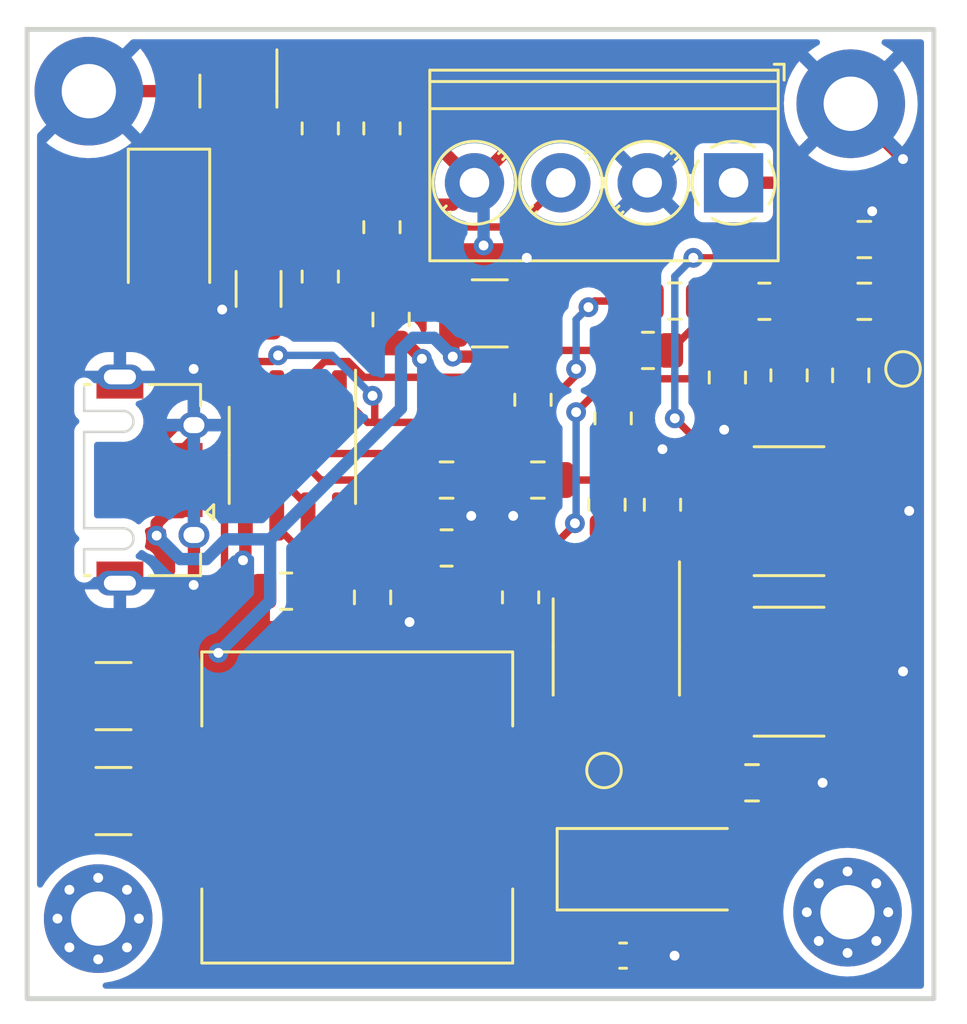
<source format=kicad_pcb>
(kicad_pcb (version 20211014) (generator pcbnew)
  (layers (0 "F.Cu" signal) (31 "B.Cu" power) (34 "B.Paste" user) (35 "F.Paste" user) (36 "B.SilkS" user "B.Silkscreen") (37 "F.SilkS" user "F.Silkscreen") (38 "B.Mask" user) (39 "F.Mask" user) (44 "Edge.Cuts" user))
  (net 0 "")
  (net 1 "Net-(C1-Pad1)")
  (net 2 "GND")
  (net 3 "+160V")
  (net 4 "Net-(C4-Pad1)")
  (net 5 "Net-(C5-Pad1)")
  (net 6 "Net-(C5-Pad2)")
  (net 7 "Net-(C6-Pad2)")
  (net 8 "Net-(C7-Pad1)")
  (net 9 "Net-(C10-Pad1)")
  (net 10 "Net-(C11-Pad1)")
  (net 11 "Net-(C14-Pad1)")
  (net 12 "Net-(C15-Pad1)")
  (net 13 "5v_Power")
  (net 16 "Net-(R6-Pad1)")
  (net 17 "/ENABLE")
  (net 18 "Net-(J6-Pad2)")
  (net 20 "Net-(R10-Pad1)")
  (net 21 "Net-(R6-Pad2)")
  (net 22 "Net-(R1-Pad2)")
  (footprint "Resistor_SMD:R_0805_2012Metric" (layer "F.Cu") (at 130.38 100.51 90)
    (fp_text reference "R15")
    (fp_text value "634k")
    (pad "1" smd roundrect (at -0.9125 0 90) (size 1.025 1.4) (layers "F.Cu" "F.Paste" "F.Mask") (roundrect_rratio 0.243902) (net 1 "Net-(C1-Pad1)"))
    (pad "2" smd roundrect (at 0.9125 0 90) (size 1.025 1.4) (layers "F.Cu" "F.Paste" "F.Mask") (roundrect_rratio 0.243902) (net 7 "Net-(C6-Pad2)"))
  )
  (footprint "Resistor_SMD:R_0805_2012Metric" (layer "F.Cu") (at 125.25 105.75 90)
    (fp_text reference "R10")
    (fp_text value "0.1 1/2W")
    (pad "1" smd roundrect (at -0.9125 0 90) (size 1.025 1.4) (layers "F.Cu" "F.Paste" "F.Mask") (roundrect_rratio 0.243902) (net 20 "Net-(R10-Pad1)"))
    (pad "2" smd roundrect (at 0.9125 0 90) (size 1.025 1.4) (layers "F.Cu" "F.Paste" "F.Mask") (roundrect_rratio 0.243902) (net 2 "GND"))
  )
  (footprint "Diode_SMD:D_SMA_Handsoldering" (layer "F.Cu") (at 125.38 120.51)
    (fp_text reference "D1")
    (fp_text value "ES1D")
    (pad "1" smd rect (at -2.5 0) (size 3.5 1.8) (layers "F.Cu" "F.Paste" "F.Mask") (net 12 "Net-(C15-Pad1)"))
    (pad "2" smd rect (at 2.5 0) (size 3.5 1.8) (layers "F.Cu" "F.Paste" "F.Mask") (net 1 "Net-(C1-Pad1)"))
  )
  (footprint "Capacitor_SMD:C_2220_5650Metric" (layer "F.Cu") (at 130.38 106.01)
    (fp_text reference "C1")
    (fp_text value "1uF 250v ")
    (pad "1" smd roundrect (at -2.55 0) (size 1.8 5.4) (layers "F.Cu" "F.Paste" "F.Mask") (roundrect_rratio 0.138889) (net 1 "Net-(C1-Pad1)"))
    (pad "2" smd roundrect (at 2.55 0) (size 1.8 5.4) (layers "F.Cu" "F.Paste" "F.Mask") (roundrect_rratio 0.138889) (net 2 "GND"))
  )
  (footprint "TerminalBlock_Phoenix:TerminalBlock_Phoenix_PT-1,5-4-3.5-H_1x04_P3.50mm_Horizontal" (layer "F.Cu") (at 128.13 92.71 180)
    (fp_text reference "J1")
    (fp_text value "Screw_Terminal_01x04")
    (pad "1" thru_hole rect (at 0 0 180) (size 2.4 2.4) (drill 1.2) (layers *.Cu *.Mask) (net 3 "+160V"))
    (pad "2" thru_hole circle (at 3.5 0 180) (size 2.4 2.4) (drill 1.2) (layers *.Cu *.Mask) (net 2 "GND"))
    (pad "3" thru_hole circle (at 7 0 180) (size 2.4 2.4) (drill 1.2) (layers *.Cu *.Mask) (net 17 "/ENABLE"))
    (pad "4" thru_hole circle (at 10.5 0 180) (size 2.4 2.4) (drill 1.2) (layers *.Cu *.Mask) (net 13 "5v_Power"))
  )
  (footprint "Package_TO_SOT_SMD:SOT-23" (layer "F.Cu") (at 108.0625 89 -90)
    (fp_text reference "Q2")
    (fp_text value "MMBT3904")
    (pad "1" smd roundrect (at -0.9375 -0.95 270) (size 1.475 0.6) (layers "F.Cu" "F.Paste" "F.Mask") (net 22 "Net-(R1-Pad2)"))
    (pad "2" smd roundrect (at -0.9375 0.95 270) (size 1.475 0.6) (layers "F.Cu" "F.Paste" "F.Mask") (net 2 "GND"))
    (pad "3" smd roundrect (at 0.9375 0 270) (size 1.475 0.6) (layers "F.Cu" "F.Paste" "F.Mask") (net 11 "Net-(C14-Pad1)"))
  )
  (footprint "Capacitor_SMD:C_0805_2012Metric" (layer "F.Cu") (at 133.43 97.51)
    (fp_text reference "C13")
    (fp_text value "0.1uF 250v")
    (pad "1" smd roundrect (at -0.95 0) (size 1 1.45) (layers "F.Cu" "F.Paste" "F.Mask") (net 3 "+160V"))
    (pad "2" smd roundrect (at 0.95 0) (size 1 1.45) (layers "F.Cu" "F.Paste" "F.Mask") (net 2 "GND"))
  )
  (footprint "Resistor_SMD:R_0805_2012Metric" (layer "F.Cu") (at 120 101.5 90)
    (fp_text reference "R3")
    (fp_text value "N.U.")
    (pad "1" smd roundrect (at -0.9125 0 90) (size 1.025 1.4) (layers "F.Cu" "F.Paste" "F.Mask") (roundrect_rratio 0.243902) (net 5 "Net-(C5-Pad1)"))
    (pad "2" smd roundrect (at 0.9125 0 90) (size 1.025 1.4) (layers "F.Cu" "F.Paste" "F.Mask") (roundrect_rratio 0.243902) (net 7 "Net-(C6-Pad2)"))
  )
  (footprint "Resistor_SMD:R_0805_2012Metric" (layer "F.Cu") (at 129.38 97.51)
    (fp_text reference "L3")
    (fp_text value "60ohm 100Mhz")
    (pad "1" smd roundrect (at -0.9125 0) (size 1.025 1.4) (layers "F.Cu" "F.Paste" "F.Mask") (roundrect_rratio 0.243902) (net 1 "Net-(C1-Pad1)"))
    (pad "2" smd roundrect (at 0.9125 0) (size 1.025 1.4) (layers "F.Cu" "F.Paste" "F.Mask") (roundrect_rratio 0.243902) (net 3 "+160V"))
  )
  (footprint "Capacitor_SMD:C_1210_3225Metric" (layer "F.Cu") (at 118.25 98)
    (fp_text reference "C16")
    (fp_text value "100uF")
    (pad "1" smd roundrect (at -1.475 0) (size 1.15 2.7) (layers "F.Cu" "F.Paste" "F.Mask") (roundrect_rratio 0.217391) (net 13 "5v_Power"))
    (pad "2" smd roundrect (at 1.475 0) (size 1.15 2.7) (layers "F.Cu" "F.Paste" "F.Mask") (roundrect_rratio 0.217391) (net 2 "GND"))
  )
  (footprint "Resistor_SMD:R_0805_2012Metric" (layer "F.Cu") (at 119.5 109.5 90)
    (fp_text reference "R6")
    (fp_text value "0 Ohm")
    (pad "1" smd roundrect (at -0.9125 0 90) (size 1.025 1.4) (layers "F.Cu" "F.Paste" "F.Mask") (roundrect_rratio 0.243902) (net 16 "Net-(R6-Pad1)"))
    (pad "2" smd roundrect (at 0.9125 0 90) (size 1.025 1.4) (layers "F.Cu" "F.Paste" "F.Mask") (roundrect_rratio 0.243902) (net 21 "Net-(R6-Pad2)"))
  )
  (footprint "MountingHole:MountingHole_2.2mm_M2_Pad_Via" (layer "F.Cu") (at 132.75 122.25)
    (fp_text reference "J5")
    (fp_text value "Conn_01x01")
    (pad "1" thru_hole circle (at 0 -1.65) (size 0.7 0.7) (drill 0.4) (layers *.Cu *.Mask))
    (pad "1" thru_hole circle (at 1.166726 -1.166726) (size 0.7 0.7) (drill 0.4) (layers *.Cu *.Mask))
    (pad "1" thru_hole circle (at 1.166726 1.166726) (size 0.7 0.7) (drill 0.4) (layers *.Cu *.Mask))
    (pad "1" thru_hole circle (at -1.166726 1.166726) (size 0.7 0.7) (drill 0.4) (layers *.Cu *.Mask))
    (pad "1" thru_hole circle (at -1.166726 -1.166726) (size 0.7 0.7) (drill 0.4) (layers *.Cu *.Mask))
    (pad "1" thru_hole circle (at 0 1.65) (size 0.7 0.7) (drill 0.4) (layers *.Cu *.Mask))
    (pad "1" thru_hole circle (at 0 0) (size 4.4 4.4) (drill 2.2) (layers *.Cu *.Mask))
    (pad "1" thru_hole circle (at 1.65 0) (size 0.7 0.7) (drill 0.4) (layers *.Cu *.Mask))
    (pad "1" thru_hole circle (at -1.65 0) (size 0.7 0.7) (drill 0.4) (layers *.Cu *.Mask))
  )
  (footprint "TestPoint:TestPoint_Pad_D1.0mm" (layer "F.Cu") (at 135 100.25)
    (fp_text reference "TP14")
    (fp_text value "+160v")
    (pad "1" smd circle (at 0 0) (size 1 1) (layers "F.Cu" "F.Mask") (net 3 "+160V"))
  )
  (footprint "Resistor_SMD:R_0805_2012Metric" (layer "F.Cu") (at 111.38 90.51 90)
    (fp_text reference "R1")
    (fp_text value "1k")
    (pad "1" smd roundrect (at -0.9125 0 90) (size 1.025 1.4) (layers "F.Cu" "F.Paste" "F.Mask") (roundrect_rratio 0.243902) (net 17 "/ENABLE"))
    (pad "2" smd roundrect (at 0.9125 0 90) (size 1.025 1.4) (layers "F.Cu" "F.Paste" "F.Mask") (roundrect_rratio 0.243902) (net 22 "Net-(R1-Pad2)"))
  )
  (footprint "Inductor_SMD:L_12x12mm_H6mm" (layer "F.Cu") (at 112.88 118.01 180)
    (fp_text reference "L2")
    (fp_text value "33uH")
    (pad "1" smd rect (at -4.95 0 180) (size 2.9 5.4) (layers "F.Cu" "F.Paste" "F.Mask") (net 12 "Net-(C15-Pad1)"))
    (pad "2" smd rect (at 4.95 0 180) (size 2.9 5.4) (layers "F.Cu" "F.Paste" "F.Mask") (net 4 "Net-(C4-Pad1)"))
  )
  (footprint "Capacitor_SMD:C_1210_3225Metric" (layer "F.Cu") (at 103 113.5 180)
    (fp_text reference "C8")
    (fp_text value "100uF 16v")
    (pad "1" smd roundrect (at -1.475 0 180) (size 1.15 2.7) (layers "F.Cu" "F.Paste" "F.Mask") (roundrect_rratio 0.217391) (net 4 "Net-(C4-Pad1)"))
    (pad "2" smd roundrect (at 1.475 0 180) (size 1.15 2.7) (layers "F.Cu" "F.Paste" "F.Mask") (roundrect_rratio 0.217391) (net 2 "GND"))
  )
  (footprint "Resistor_SMD:R_0805_2012Metric" (layer "F.Cu") (at 111.38 96.51 -90)
    (fp_text reference "R9")
    (fp_text value "100k")
    (pad "1" smd roundrect (at -0.9125 0 270) (size 1.025 1.4) (layers "F.Cu" "F.Paste" "F.Mask") (roundrect_rratio 0.243902) (net 11 "Net-(C14-Pad1)"))
    (pad "2" smd roundrect (at 0.9125 0 270) (size 1.025 1.4) (layers "F.Cu" "F.Paste" "F.Mask") (roundrect_rratio 0.243902) (net 2 "GND"))
  )
  (footprint "Package_SO:SOIC-8_3.9x4.9mm_P1.27mm" (layer "F.Cu") (at 110.25 103.75 -90)
    (fp_text reference "U1")
    (fp_text value "UCC3803_")
    (pad "1" smd roundrect (at -2.475 -1.905 270) (size 1.95 0.6) (layers "F.Cu" "F.Paste" "F.Mask") (net 5 "Net-(C5-Pad1)"))
    (pad "2" smd roundrect (at -2.475 -0.635 270) (size 1.95 0.6) (layers "F.Cu" "F.Paste" "F.Mask") (net 7 "Net-(C6-Pad2)"))
    (pad "3" smd roundrect (at -2.475 0.635 270) (size 1.95 0.6) (layers "F.Cu" "F.Paste" "F.Mask") (net 10 "Net-(C11-Pad1)"))
    (pad "4" smd roundrect (at -2.475 1.905 270) (size 1.95 0.6) (layers "F.Cu" "F.Paste" "F.Mask") (net 8 "Net-(C7-Pad1)"))
    (pad "5" smd roundrect (at 2.475 1.905 270) (size 1.95 0.6) (layers "F.Cu" "F.Paste" "F.Mask") (net 2 "GND"))
    (pad "6" smd roundrect (at 2.475 0.635 270) (size 1.95 0.6) (layers "F.Cu" "F.Paste" "F.Mask") (net 16 "Net-(R6-Pad1)"))
    (pad "7" smd roundrect (at 2.475 -0.635 270) (size 1.95 0.6) (layers "F.Cu" "F.Paste" "F.Mask") (net 4 "Net-(C4-Pad1)"))
    (pad "8" smd roundrect (at 2.475 -1.905 270) (size 1.95 0.6) (layers "F.Cu" "F.Paste" "F.Mask") (net 9 "Net-(C10-Pad1)"))
  )
  (footprint "Capacitor_SMD:C_0805_2012Metric" (layer "F.Cu") (at 125.75 97.5)
    (fp_text reference "C5")
    (fp_text value "220pF")
    (pad "1" smd roundrect (at -0.95 0) (size 1 1.45) (layers "F.Cu" "F.Paste" "F.Mask") (net 5 "Net-(C5-Pad1)"))
    (pad "2" smd roundrect (at 0.95 0) (size 1 1.45) (layers "F.Cu" "F.Paste" "F.Mask") (net 6 "Net-(C5-Pad2)"))
  )
  (footprint "Capacitor_SMD:C_0805_2012Metric" (layer "F.Cu") (at 116.5 104.75)
    (fp_text reference "C7")
    (fp_text value "430pF")
    (pad "1" smd roundrect (at -0.95 0) (size 1 1.45) (layers "F.Cu" "F.Paste" "F.Mask") (net 8 "Net-(C7-Pad1)"))
    (pad "2" smd roundrect (at 0.95 0) (size 1 1.45) (layers "F.Cu" "F.Paste" "F.Mask") (net 2 "GND"))
  )
  (footprint "Capacitor_SMD:C_0603_1608Metric" (layer "F.Cu") (at 123.655 124.01)
    (fp_text reference "C15")
    (fp_text value "560pF 250V")
    (pad "1" smd roundrect (at -0.775 0) (size 0.9 0.95) (layers "F.Cu" "F.Paste" "F.Mask") (net 12 "Net-(C15-Pad1)"))
    (pad "2" smd roundrect (at 0.775 0) (size 0.9 0.95) (layers "F.Cu" "F.Paste" "F.Mask") (net 2 "GND"))
  )
  (footprint "Connector_USB:USB_Micro-AB_Molex_47590-0001" (layer "F.Cu") (at 103.26 104.75 -90)
    (fp_text reference "J6")
    (fp_text value "USB_B_Micro")
    (fp_line (start -3.75 1.45) (end -2.8 1.45) (layer "Edge.Cuts") (width 0.1))
    (fp_line (start 1.95 -0.125) (end 1.95 1.45) (layer "Edge.Cuts") (width 0.1))
    (fp_line (start -1.95 1.45) (end 1.95 1.45) (layer "Edge.Cuts") (width 0.1))
    (fp_line (start -1.95 -0.125) (end -1.95 1.45) (layer "Edge.Cuts") (width 0.1))
    (fp_line (start -2.8 -0.125) (end -2.8 1.45) (layer "Edge.Cuts") (width 0.1))
    (fp_line (start 2.8 1.45) (end 3.75 1.45) (layer "Edge.Cuts") (width 0.1))
    (fp_line (start 2.8 -0.125) (end 2.8 1.45) (layer "Edge.Cuts") (width 0.1))
    (fp_arc (start 1.95 -0.125) (mid 2.375 -0.55) (end 2.8 -0.125) (layer "Edge.Cuts") (width 0.1))
    (fp_arc (start -2.8 -0.125) (mid -2.375 -0.55) (end -1.95 -0.125) (layer "Edge.Cuts") (width 0.1))
    (pad "1" smd rect (at 1.3 -2.675 270) (size 0.4 1.35) (layers "F.Cu" "F.Paste" "F.Mask") (net 13 "5v_Power"))
    (pad "2" smd rect (at 0.65 -2.675 270) (size 0.4 1.35) (layers "F.Cu" "F.Paste" "F.Mask") (net 18 "Net-(J6-Pad2)"))
    (pad "3" smd rect (at 0 -2.675 270) (size 0.4 1.35) (layers "F.Cu" "F.Paste" "F.Mask") (net 18 "Net-(J6-Pad2)"))
    (pad "4" smd rect (at -0.65 -2.675 270) (size 0.4 1.35) (layers "F.Cu" "F.Paste" "F.Mask"))
    (pad "5" smd rect (at -1.3 -2.675 270) (size 0.4 1.35) (layers "F.Cu" "F.Paste" "F.Mask") (net 2 "GND"))
    (pad "6" smd rect (at -3.7375 0 270) (size 0.875 1.9) (layers "F.Cu" "F.Mask") (net 2 "GND"))
    (pad "6" thru_hole oval (at 4.175 0 270) (size 1 1.9) (drill oval 0.6 1.3) (layers *.Cu *.Mask) (net 2 "GND"))
    (pad "6" thru_hole oval (at -2.225 -3 270) (size 1.05 1.25) (drill oval 0.65 0.85) (layers *.Cu *.Mask) (net 2 "GND"))
    (pad "6" smd rect (at 0 0 270) (size 2.9 1.9) (layers "F.Cu" "F.Paste" "F.Mask") (net 2 "GND"))
    (pad "6" smd rect (at 3.7375 0 270) (size 0.875 1.9) (layers "F.Cu" "F.Mask") (net 2 "GND"))
    (pad "6" thru_hole oval (at -4.175 0 270) (size 1 1.9) (drill oval 0.6 1.3) (layers *.Cu *.Mask) (net 2 "GND"))
    (pad "6" thru_hole oval (at 2.225 -3 270) (size 1.05 1.25) (drill oval 0.65 0.85) (layers *.Cu *.Mask) (net 2 "GND"))
  )
  (footprint "Diode_SMD:D_SMA" (layer "F.Cu") (at 105.25 94.75 -90)
    (fp_text reference "D2")
    (fp_text value "BAT54J")
    (pad "1" smd rect (at -2 0 270) (size 2.5 1.8) (layers "F.Cu" "F.Paste" "F.Mask") (net 11 "Net-(C14-Pad1)"))
    (pad "2" smd rect (at 2 0 270) (size 2.5 1.8) (layers "F.Cu" "F.Paste" "F.Mask") (net 5 "Net-(C5-Pad1)"))
  )
  (footprint "Package_SO:SOIC-8_3.9x4.9mm_P1.27mm" (layer "F.Cu") (at 123.38 111.51 -90)
    (fp_text reference "Q1")
    (fp_text value "FDS2672CT")
    (pad "1" smd roundrect (at -2.475 -1.905 270) (size 1.95 0.6) (layers "F.Cu" "F.Paste" "F.Mask") (net 20 "Net-(R10-Pad1)"))
    (pad "2" smd roundrect (at -2.475 -0.635 270) (size 1.95 0.6) (layers "F.Cu" "F.Paste" "F.Mask") (net 20 "Net-(R10-Pad1)"))
    (pad "3" smd roundrect (at -2.475 0.635 270) (size 1.95 0.6) (layers "F.Cu" "F.Paste" "F.Mask") (net 20 "Net-(R10-Pad1)"))
    (pad "4" smd roundrect (at -2.475 1.905 270) (size 1.95 0.6) (layers "F.Cu" "F.Paste" "F.Mask") (net 21 "Net-(R6-Pad2)"))
    (pad "5" smd roundrect (at 2.475 1.905 270) (size 1.95 0.6) (layers "F.Cu" "F.Paste" "F.Mask") (net 12 "Net-(C15-Pad1)"))
    (pad "6" smd roundrect (at 2.475 0.635 270) (size 1.95 0.6) (layers "F.Cu" "F.Paste" "F.Mask") (net 12 "Net-(C15-Pad1)"))
    (pad "7" smd roundrect (at 2.475 -0.635 270) (size 1.95 0.6) (layers "F.Cu" "F.Paste" "F.Mask") (net 12 "Net-(C15-Pad1)"))
    (pad "8" smd roundrect (at 2.475 -1.905 270) (size 1.95 0.6) (layers "F.Cu" "F.Paste" "F.Mask") (net 12 "Net-(C15-Pad1)"))
  )
  (footprint "Capacitor_SMD:C_2220_5650Metric" (layer "F.Cu") (at 130.38 112.51)
    (fp_text reference "C2")
    (fp_text value "1uF 250v")
    (pad "1" smd roundrect (at -2.55 0) (size 1.8 5.4) (layers "F.Cu" "F.Paste" "F.Mask") (roundrect_rratio 0.138889) (net 1 "Net-(C1-Pad1)"))
    (pad "2" smd roundrect (at 2.55 0) (size 1.8 5.4) (layers "F.Cu" "F.Paste" "F.Mask") (roundrect_rratio 0.138889) (net 2 "GND"))
  )
  (footprint "Resistor_SMD:R_0805_2012Metric" (layer "F.Cu") (at 124.6625 99.5 180)
    (fp_text reference "R5")
    (fp_text value "0 Ohm")
    (pad "1" smd roundrect (at -0.9125 0 180) (size 1.025 1.4) (layers "F.Cu" "F.Paste" "F.Mask") (roundrect_rratio 0.243902) (net 6 "Net-(C5-Pad2)"))
    (pad "2" smd roundrect (at 0.9125 0 180) (size 1.025 1.4) (layers "F.Cu" "F.Paste" "F.Mask") (roundrect_rratio 0.243902) (net 7 "Net-(C6-Pad2)"))
  )
  (footprint "MountingHole:MountingHole_2.2mm_M2_Pad_Via" (layer "F.Cu") (at 102.38 122.51)
    (fp_text reference "J4")
    (fp_text value "Conn_01x01")
    (pad "1" thru_hole circle (at -1.65 0) (size 0.7 0.7) (drill 0.4) (layers *.Cu *.Mask))
    (pad "1" thru_hole circle (at -1.166726 1.166726) (size 0.7 0.7) (drill 0.4) (layers *.Cu *.Mask))
    (pad "1" thru_hole circle (at 0 -1.65) (size 0.7 0.7) (drill 0.4) (layers *.Cu *.Mask))
    (pad "1" thru_hole circle (at 1.166726 -1.166726) (size 0.7 0.7) (drill 0.4) (layers *.Cu *.Mask))
    (pad "1" thru_hole circle (at 0 0) (size 4.4 4.4) (drill 2.2) (layers *.Cu *.Mask))
    (pad "1" thru_hole circle (at 1.166726 1.166726) (size 0.7 0.7) (drill 0.4) (layers *.Cu *.Mask))
    (pad "1" thru_hole circle (at 1.65 0) (size 0.7 0.7) (drill 0.4) (layers *.Cu *.Mask))
    (pad "1" thru_hole circle (at -1.166726 -1.166726) (size 0.7 0.7) (drill 0.4) (layers *.Cu *.Mask))
    (pad "1" thru_hole circle (at 0 1.65) (size 0.7 0.7) (drill 0.4) (layers *.Cu *.Mask))
  )
  (footprint "MountingHole:MountingHole_2.2mm_M2_Pad" (layer "F.Cu") (at 102 89)
    (fp_text reference "J3")
    (fp_text value "Conn_01x01")
    (pad "1" thru_hole circle (at 0 0) (size 4.4 4.4) (drill 2.2) (layers *.Cu *.Mask) (net 2 "GND"))
  )
  (footprint "Capacitor_SMD:C_0805_2012Metric" (layer "F.Cu") (at 114.25 98.25 -90)
    (fp_text reference "C18")
    (fp_text value "0.1uF")
    (pad "1" smd roundrect (at -0.95 0 270) (size 1 1.45) (layers "F.Cu" "F.Paste" "F.Mask") (net 13 "5v_Power"))
    (pad "2" smd roundrect (at 0.95 0 270) (size 1 1.45) (layers "F.Cu" "F.Paste" "F.Mask") (net 2 "GND"))
  )
  (footprint "Resistor_SMD:R_0805_2012Metric" (layer "F.Cu") (at 113.88 90.51 90)
    (fp_text reference "R4")
    (fp_text value "100k")
    (pad "1" smd roundrect (at -0.9125 0 90) (size 1.025 1.4) (layers "F.Cu" "F.Paste" "F.Mask") (roundrect_rratio 0.243902) (net 13 "5v_Power"))
    (pad "2" smd roundrect (at 0.9125 0 90) (size 1.025 1.4) (layers "F.Cu" "F.Paste" "F.Mask") (roundrect_rratio 0.243902) (net 22 "Net-(R1-Pad2)"))
  )
  (footprint "Resistor_SMD:R_0805_2012Metric" (layer "F.Cu") (at 110 109.25 180)
    (fp_text reference "L1")
    (fp_text value "60ohm 100Mhz")
    (pad "1" smd roundrect (at -0.9125 0 180) (size 1.025 1.4) (layers "F.Cu" "F.Paste" "F.Mask") (roundrect_rratio 0.243902) (net 4 "Net-(C4-Pad1)"))
    (pad "2" smd roundrect (at 0.9125 0 180) (size 1.025 1.4) (layers "F.Cu" "F.Paste" "F.Mask") (roundrect_rratio 0.243902) (net 13 "5v_Power"))
  )
  (footprint "Resistor_SMD:R_0805_2012Metric" (layer "F.Cu") (at 127.88 100.5975 -90)
    (fp_text reference "R16")
    (fp_text value "7.68k")
    (pad "1" smd roundrect (at -0.9125 0 270) (size 1.025 1.4) (layers "F.Cu" "F.Paste" "F.Mask") (roundrect_rratio 0.243902) (net 7 "Net-(C6-Pad2)"))
    (pad "2" smd roundrect (at 0.9125 0 270) (size 1.025 1.4) (layers "F.Cu" "F.Paste" "F.Mask") (roundrect_rratio 0.243902) (net 2 "GND"))
  )
  (footprint "Capacitor_SMD:C_0805_2012Metric" (layer "F.Cu") (at 132.88 100.51 90)
    (fp_text reference "C6")
    (fp_text value "100pF 250v")
    (pad "1" smd roundrect (at -0.95 0 90) (size 1 1.45) (layers "F.Cu" "F.Paste" "F.Mask") (net 1 "Net-(C1-Pad1)"))
    (pad "2" smd roundrect (at 0.95 0 90) (size 1 1.45) (layers "F.Cu" "F.Paste" "F.Mask") (net 7 "Net-(C6-Pad2)"))
  )
  (footprint "Resistor_SMD:R_0805_2012Metric" (layer "F.Cu") (at 123.25 102.25 -90)
    (fp_text reference "R12")
    (fp_text value "4.12k")
    (pad "1" smd roundrect (at -0.9125 0 270) (size 1.025 1.4) (layers "F.Cu" "F.Paste" "F.Mask") (roundrect_rratio 0.243902) (net 9 "Net-(C10-Pad1)"))
    (pad "2" smd roundrect (at 0.9125 0 270) (size 1.025 1.4) (layers "F.Cu" "F.Paste" "F.Mask") (roundrect_rratio 0.243902) (net 10 "Net-(C11-Pad1)"))
  )
  (footprint "TestPoint:TestPoint_Pad_D1.0mm" (layer "F.Cu") (at 122.88 116.51)
    (fp_text reference "TP12")
    (fp_text value "SW_B")
    (pad "1" smd circle (at 0 0) (size 1 1) (layers "F.Cu" "F.Mask") (net 12 "Net-(C15-Pad1)"))
  )
  (footprint "Resistor_SMD:R_0805_2012Metric" (layer "F.Cu") (at 123 105.75 -90)
    (fp_text reference "R8")
    (fp_text value "1k")
    (pad "1" smd roundrect (at -0.9125 0 270) (size 1.025 1.4) (layers "F.Cu" "F.Paste" "F.Mask") (roundrect_rratio 0.243902) (net 10 "Net-(C11-Pad1)"))
    (pad "2" smd roundrect (at 0.9125 0 270) (size 1.025 1.4) (layers "F.Cu" "F.Paste" "F.Mask") (roundrect_rratio 0.243902) (net 20 "Net-(R10-Pad1)"))
  )
  (footprint "Capacitor_SMD:C_1206_3216Metric" (layer "F.Cu") (at 108.88 97.01 -90)
    (fp_text reference "C14")
    (fp_text value "47uF 16v")
    (pad "1" smd roundrect (at -1.475 0 270) (size 1.15 1.8) (layers "F.Cu" "F.Paste" "F.Mask") (roundrect_rratio 0.217391) (net 11 "Net-(C14-Pad1)"))
    (pad "2" smd roundrect (at 1.475 0 270) (size 1.15 1.8) (layers "F.Cu" "F.Paste" "F.Mask") (roundrect_rratio 0.217391) (net 2 "GND"))
  )
  (footprint "Capacitor_SMD:C_0805_2012Metric" (layer "F.Cu") (at 128.88 117.01)
    (fp_text reference "C12")
    (fp_text value "0.1uF 250v")
    (pad "1" smd roundrect (at -0.95 0) (size 1 1.45) (layers "F.Cu" "F.Paste" "F.Mask") (net 1 "Net-(C1-Pad1)"))
    (pad "2" smd roundrect (at 0.95 0) (size 1 1.45) (layers "F.Cu" "F.Paste" "F.Mask") (net 2 "GND"))
  )
  (footprint "MountingHole:MountingHole_2.2mm_M2_Pad" (layer "F.Cu") (at 132.88 89.51)
    (fp_text reference "J2")
    (fp_text value "Conn_01x01")
    (pad "1" thru_hole circle (at 0 0) (size 4.4 4.4) (drill 2.2) (layers *.Cu *.Mask) (net 2 "GND"))
  )
  (footprint "Resistor_SMD:R_0805_2012Metric" (layer "F.Cu") (at 113.88 94.51 -90)
    (fp_text reference "R7")
    (fp_text value "2k")
    (pad "1" smd roundrect (at -0.9125 0 270) (size 1.025 1.4) (layers "F.Cu" "F.Paste" "F.Mask") (roundrect_rratio 0.243902) (net 13 "5v_Power"))
    (pad "2" smd roundrect (at 0.9125 0 270) (size 1.025 1.4) (layers "F.Cu" "F.Paste" "F.Mask") (roundrect_rratio 0.243902) (net 11 "Net-(C14-Pad1)"))
  )
  (footprint "Capacitor_SMD:C_0805_2012Metric" (layer "F.Cu") (at 120.2 104.75 180)
    (fp_text reference "C11")
    (fp_text value "1nF")
    (pad "1" smd roundrect (at -0.95 0 180) (size 1 1.45) (layers "F.Cu" "F.Paste" "F.Mask") (net 10 "Net-(C11-Pad1)"))
    (pad "2" smd roundrect (at 0.95 0 180) (size 1 1.45) (layers "F.Cu" "F.Paste" "F.Mask") (net 2 "GND"))
  )
  (footprint "Capacitor_SMD:C_1210_3225Metric" (layer "F.Cu") (at 103 117.75 180)
    (fp_text reference "C4")
    (fp_text value "100uF 16v")
    (pad "1" smd roundrect (at -1.475 0 180) (size 1.15 2.7) (layers "F.Cu" "F.Paste" "F.Mask") (roundrect_rratio 0.217391) (net 4 "Net-(C4-Pad1)"))
    (pad "2" smd roundrect (at 1.475 0 180) (size 1.15 2.7) (layers "F.Cu" "F.Paste" "F.Mask") (roundrect_rratio 0.217391) (net 2 "GND"))
  )
  (footprint "Capacitor_SMD:C_0805_2012Metric" (layer "F.Cu") (at 133.43 95.01)
    (fp_text reference "C3")
    (fp_text value "0.1uF 250v")
    (pad "1" smd roundrect (at -0.95 0) (size 1 1.45) (layers "F.Cu" "F.Paste" "F.Mask") (net 3 "+160V"))
    (pad "2" smd roundrect (at 0.95 0) (size 1 1.45) (layers "F.Cu" "F.Paste" "F.Mask") (net 2 "GND"))
  )
  (footprint "Capacitor_SMD:C_0805_2012Metric" (layer "F.Cu") (at 113.5 109.5 -90)
    (fp_text reference "C10")
    (fp_text value "0.1uF 16v")
    (pad "1" smd roundrect (at -0.95 0 270) (size 1 1.45) (layers "F.Cu" "F.Paste" "F.Mask") (net 9 "Net-(C10-Pad1)"))
    (pad "2" smd roundrect (at 0.95 0 270) (size 1 1.45) (layers "F.Cu" "F.Paste" "F.Mask") (net 2 "GND"))
  )
  (footprint "Resistor_SMD:R_0805_2012Metric" (layer "F.Cu") (at 116.5 107.5 180)
    (fp_text reference "R2")
    (fp_text value "60.4k")
    (pad "1" smd roundrect (at -0.9125 0 180) (size 1.025 1.4) (layers "F.Cu" "F.Paste" "F.Mask") (roundrect_rratio 0.243902) (net 9 "Net-(C10-Pad1)"))
    (pad "2" smd roundrect (at 0.9125 0 180) (size 1.025 1.4) (layers "F.Cu" "F.Paste" "F.Mask") (roundrect_rratio 0.243902) (net 8 "Net-(C7-Pad1)"))
  )
  (gr_rect (start 99.5 86.5) (end 136.25 125.75) (layer "Edge.Cuts") (width 0.2) (fill none))
  (segment (start 127.83 106.01) (end 127.83 104.33) (width 0.3) (layer "F.Cu") (net 1))
  (segment (start 130.38 101.4225) (end 127.83 103.9725) (width 0.3) (layer "F.Cu") (net 1))
  (segment (start 128 95.75) (end 126.5 95.75) (width 0.3) (layer "F.Cu") (net 1))
  (segment (start 128.4675 97.51) (end 128.4675 96.2175) (width 0.3) (layer "F.Cu") (net 1))
  (segment (start 127.83 112.51) (end 127.93 112.61) (width 0.3) (layer "F.Cu") (net 1))
  (segment (start 127.83 103.9725) (end 127.83 106.01) (width 0.3) (layer "F.Cu") (net 1))
  (segment (start 127.93 112.61) (end 127.93 117.01) (width 0.3) (layer "F.Cu") (net 1))
  (segment (start 127.93 117.01) (end 127.88 117.06) (width 0.3) (layer "F.Cu") (net 1))
  (segment (start 132.8425 101.4225) (end 132.88 101.46) (width 0.3) (layer "F.Cu") (net 1))
  (segment (start 128.4675 96.2175) (end 128 95.75) (width 0.3) (layer "F.Cu") (net 1))
  (segment (start 127.83 106.01) (end 127.83 112.51) (width 0.3) (layer "F.Cu") (net 1))
  (segment (start 127.83 104.33) (end 125.75 102.25) (width 0.3) (layer "F.Cu") (net 1))
  (segment (start 127.88 117.06) (end 127.88 120.51) (width 0.3) (layer "F.Cu") (net 1))
  (segment (start 130.38 101.4225) (end 132.8425 101.4225) (width 0.3) (layer "F.Cu") (net 1))
  (via (at 125.75 102.25) (size 0.8) (drill 0.4) (layers "F.Cu" "B.Cu") (net 1))
  (via (at 126.5 95.75) (size 0.8) (drill 0.4) (layers "F.Cu" "B.Cu") (net 1))
  (segment (start 126.5 95.75) (end 125.75 96.5) (width 0.3) (layer "B.Cu") (net 1))
  (segment (start 125.75 96.5) (end 125.75 102.25) (width 0.3) (layer "B.Cu") (net 1))
  (segment (start 101.525 117.75) (end 101.525 113.5) (width 0.5) (layer "F.Cu") (net 2))
  (segment (start 114.862 99.2) (end 115.5 99.838) (width 0.5) (layer "F.Cu") (net 2))
  (segment (start 114.95 110.45) (end 115 110.5) (width 0.5) (layer "F.Cu") (net 2))
  (segment (start 127.88 102.5805) (end 127.75 102.7105) (width 0.5) (layer "F.Cu") (net 2))
  (segment (start 129.83 117.01) (end 131.74 117.01) (width 0.5) (layer "F.Cu") (net 2))
  (segment (start 111.38 97.4225) (end 113.1575 99.2) (width 0.5) (layer "F.Cu") (net 2))
  (segment (start 132.93 106.01) (end 135.24 106.01) (width 0.5) (layer "F.Cu") (net 2))
  (segment (start 106.175 89) (end 102 89) (width 0.5) (layer "F.Cu") (net 2))
  (segment (start 106.26 102.525) (end 106.26 103.125) (width 0.5) (layer "F.Cu") (net 2))
  (segment (start 109.9425 97.4225) (end 111.38 97.4225) (width 0.5) (layer "F.Cu") (net 2))
  (segment (start 106.26 103.125) (end 105.935 103.45) (width 0.5) (layer "F.Cu") (net 2))
  (segment (start 113.5 110.45) (end 114.95 110.45) (width 0.5) (layer "F.Cu") (net 2))
  (segment (start 135.24 106.01) (end 135.25 106) (width 0.5) (layer "F.Cu") (net 2))
  (segment (start 106.26 108.99) (end 106.25 109) (width 0.5) (layer "F.Cu") (net 2))
  (segment (start 114.25 99.2) (end 114.862 99.2) (width 0.5) (layer "F.Cu") (net 2))
  (segment (start 124.43 124.01) (end 125.74 124.01) (width 0.5) (layer "F.Cu") (net 2))
  (segment (start 134.99 112.51) (end 135 112.5) (width 0.5) (layer "F.Cu") (net 2))
  (segment (start 101.525 113.5) (end 103.26 111.765) (width 0.5) (layer "F.Cu") (net 2))
  (segment (start 134.38 95.01) (end 134.38 94.4945) (width 0.5) (layer "F.Cu") (net 2))
  (segment (start 119.25 106.15) (end 119.2 106.2) (width 0.5) (layer "F.Cu") (net 2))
  (segment (start 108.88 98.485) (end 109.9425 97.4225) (width 0.5) (layer "F.Cu") (net 2))
  (segment (start 119.725 98) (end 119.725 95.775) (width 0.5) (layer "F.Cu") (net 2))
  (segment (start 134.38 94.4945) (end 133.75 93.8645) (width 0.5) (layer "F.Cu") (net 2))
  (segment (start 106.26 106.975) (end 106.26 108.99) (width 0.5) (layer "F.Cu") (net 2))
  (segment (start 132.88 89.51) (end 132.88 89.63) (width 0.5) (layer "F.Cu") (net 2))
  (segment (start 108.345 106.225) (end 108.345 107.905) (width 0.5) (layer "F.Cu") (net 2))
  (segment (start 108.88 98.485) (end 108.044954 98.485) (width 0.5) (layer "F.Cu") (net 2))
  (segment (start 106.26 100.26) (end 106.26 102.525) (width 0.5) (layer "F.Cu") (net 2))
  (segment (start 105.485 102.525) (end 106.26 102.525) (width 0.5) (layer "F.Cu") (net 2))
  (segment (start 125.25 104.8375) (end 125.25 103.5) (width 0.5) (layer "F.Cu") (net 2))
  (segment (start 119.725 95.775) (end 119.75 95.75) (width 0.5) (layer "F.Cu") (net 2))
  (segment (start 107.1125 88.0625) (end 106.175 89) (width 0.5) (layer "F.Cu") (net 2))
  (segment (start 132.93 112.51) (end 134.99 112.51) (width 0.5) (layer "F.Cu") (net 2))
  (segment (start 134.38 97.51) (end 134.38 95.01) (width 0.5) (layer "F.Cu") (net 2))
  (segment (start 103.26 104.75) (end 105.485 102.525) (width 0.5) (layer "F.Cu") (net 2))
  (segment (start 108.345 107.905) (end 108.25 108) (width 0.5) (layer "F.Cu") (net 2))
  (segment (start 117.45 106.1505) (end 117.5 106.2005) (width 0.5) (layer "F.Cu") (net 2))
  (segment (start 117.45 104.75) (end 117.45 106.1505) (width 0.5) (layer "F.Cu") (net 2))
  (segment (start 127.88 101.51) (end 127.88 102.5805) (width 0.5) (layer "F.Cu") (net 2))
  (segment (start 113.1575 99.2) (end 114.25 99.2) (width 0.5) (layer "F.Cu") (net 2))
  (segment (start 103.26 111.765) (end 103.26 108.925) (width 0.5) (layer "F.Cu") (net 2))
  (segment (start 106.25 100.25) (end 106.26 100.26) (width 0.5) (layer "F.Cu") (net 2))
  (segment (start 132.88 89.63) (end 135 91.75) (width 0.5) (layer "F.Cu") (net 2))
  (segment (start 119.25 104.75) (end 119.25 106.15) (width 0.5) (layer "F.Cu") (net 2))
  (segment (start 108.044954 98.485) (end 107.404977 97.845023) (width 0.5) (layer "F.Cu") (net 2))
  (via (at 117.5 106.2005) (size 0.8) (drill 0.4) (layers "F.Cu" "B.Cu") (net 2))
  (via (at 125.74 124.01) (size 0.8) (drill 0.4) (layers "F.Cu" "B.Cu") (net 2))
  (via (at 108.25 108) (size 0.8) (drill 0.4) (layers "F.Cu" "B.Cu") (net 2))
  (via (at 106.25 109) (size 0.8) (drill 0.4) (layers "F.Cu" "B.Cu") (net 2))
  (via (at 133.75 93.8645) (size 0.8) (drill 0.4) (layers "F.Cu" "B.Cu") (net 2))
  (via (at 135 91.75) (size 0.8) (drill 0.4) (layers "F.Cu" "B.Cu") (net 2))
  (via (at 107.404977 97.845023) (size 0.8) (drill 0.4) (layers "F.Cu" "B.Cu") (net 2))
  (via (at 135 112.5) (size 0.8) (drill 0.4) (layers "F.Cu" "B.Cu") (net 2))
  (via (at 119.75 95.75) (size 0.8) (drill 0.4) (layers "F.Cu" "B.Cu") (net 2))
  (via (at 127.75 102.7105) (size 0.8) (drill 0.4) (layers "F.Cu" "B.Cu") (net 2))
  (via (at 115.5 99.838) (size 0.8) (drill 0.4) (layers "F.Cu" "B.Cu") (net 2))
  (via (at 131.74 117.01) (size 0.8) (drill 0.4) (layers "F.Cu" "B.Cu") (net 2))
  (via (at 115 110.5) (size 0.8) (drill 0.4) (layers "F.Cu" "B.Cu") (net 2))
  (via (at 125.25 103.5) (size 0.8) (drill 0.4) (layers "F.Cu" "B.Cu") (net 2))
  (via (at 106.25 100.25) (size 0.8) (drill 0.4) (layers "F.Cu" "B.Cu") (net 2))
  (via (at 119.2 106.2) (size 0.8) (drill 0.4) (layers "F.Cu" "B.Cu") (net 2))
  (via (at 135.25 106) (size 0.8) (drill 0.4) (layers "F.Cu" "B.Cu") (net 2))
  (segment (start 135 100.25) (end 135.499999 99.750001) (width 0.5) (layer "F.Cu") (net 3))
  (segment (start 135.499999 94.249999) (end 134.265 93.015) (width 0.5) (layer "F.Cu") (net 3))
  (segment (start 130.18 92.71) (end 130.485 93.015) (width 0.5) (layer "F.Cu") (net 3))
  (segment (start 132.48 95.01) (end 132.48 97.51) (width 0.5) (layer "F.Cu") (net 3))
  (segment (start 128.13 92.71) (end 130.18 92.71) (width 0.5) (layer "F.Cu") (net 3))
  (segment (start 134.265 93.015) (end 130.485 93.015) (width 0.5) (layer "F.Cu") (net 3))
  (segment (start 135.499999 99.750001) (end 135.499999 94.249999) (width 0.5) (layer "F.Cu") (net 3))
  (segment (start 130.2925 97.51) (end 132.48 97.51) (width 0.5) (layer "F.Cu") (net 3))
  (segment (start 130.485 93.015) (end 132.48 95.01) (width 0.5) (layer "F.Cu") (net 3))
  (segment (start 104.475 112.025) (end 104.475 113.5) (width 0.3) (layer "F.Cu") (net 4))
  (segment (start 104.735 118.01) (end 104.475 117.75) (width 0.3) (layer "F.Cu") (net 4))
  (segment (start 104.475 113.5) (end 108.25 113.5) (width 0.3) (layer "F.Cu") (net 4))
  (segment (start 107.988093 104.90048) (end 107.5 105.388573) (width 0.3) (layer "F.Cu") (net 4))
  (segment (start 109.971907 104.90048) (end 107.988093 104.90048) (width 0.3) (layer "F.Cu") (net 4))
  (segment (start 110.885 106.225) (end 110.885 105.813573) (width 0.3) (layer "F.Cu") (net 4))
  (segment (start 107.93 118.01) (end 104.735 118.01) (width 0.3) (layer "F.Cu") (net 4))
  (segment (start 110.9125 110.8375) (end 110.9125 109.25) (width 0.3) (layer "F.Cu") (net 4))
  (segment (start 107.5 105.388573) (end 107.5 109) (width 0.3) (layer "F.Cu") (net 4))
  (segment (start 108.25 113.5) (end 110.9125 110.8375) (width 0.3) (layer "F.Cu") (net 4))
  (segment (start 107.5 109) (end 104.475 112.025) (width 0.3) (layer "F.Cu") (net 4))
  (segment (start 104.475 117.75) (end 104.475 113.5) (width 0.3) (layer "F.Cu") (net 4))
  (segment (start 110.885 105.813573) (end 109.971907 104.90048) (width 0.3) (layer "F.Cu") (net 4))
  (segment (start 121.75 100.5) (end 121.75 100.25) (width 0.3) (layer "F.Cu") (net 5))
  (segment (start 122.5 97.5) (end 124.8 97.5) (width 0.3) (layer "F.Cu") (net 5))
  (segment (start 122.25 97.75) (end 122.5 97.5) (width 0.3) (layer "F.Cu") (net 5))
  (segment (start 112.155 101.275) (end 113.2925 102.4125) (width 0.3) (layer "F.Cu") (net 5))
  (segment (start 120 102.25) (end 121.75 100.5) (width 0.3) (layer "F.Cu") (net 5))
  (segment (start 109.421927 99.95048) (end 109.671907 99.7005) (width 0.3) (layer "F.Cu") (net 5))
  (segment (start 120 102.4125) (end 120 102.25) (width 0.3) (layer "F.Cu") (net 5))
  (segment (start 113.5875 101.4245) (end 113.5875 102.4125) (width 0.3) (layer "F.Cu") (net 5))
  (segment (start 113.5 101.337) (end 113.5875 101.4245) (width 0.3) (layer "F.Cu") (net 5))
  (segment (start 108.45048 99.95048) (end 109.421927 99.95048) (width 0.3) (layer "F.Cu") (net 5))
  (segment (start 113.5875 102.4125) (end 120 102.4125) (width 0.3) (layer "F.Cu") (net 5))
  (segment (start 113.2925 102.4125) (end 113.5875 102.4125) (width 0.3) (layer "F.Cu") (net 5))
  (segment (start 105.25 96.75) (end 108.45048 99.95048) (width 0.3) (layer "F.Cu") (net 5))
  (via (at 122.25 97.75) (size 0.8) (drill 0.4) (layers "F.Cu" "B.Cu") (net 5))
  (via (at 109.671907 99.7005) (size 0.8) (drill 0.4) (layers "F.Cu" "B.Cu") (net 5))
  (via (at 121.75 100.25) (size 0.8) (drill 0.4) (layers "F.Cu" "B.Cu") (net 5))
  (via (at 113.5 101.337) (size 0.8) (drill 0.4) (layers "F.Cu" "B.Cu") (net 5))
  (segment (start 121.75 100.25) (end 121.75 98.25) (width 0.3) (layer "B.Cu") (net 5))
  (segment (start 121.75 98.25) (end 122.25 97.75) (width 0.3) (layer "B.Cu") (net 5))
  (segment (start 111.8635 99.7005) (end 109.671907 99.7005) (width 0.3) (layer "B.Cu") (net 5))
  (segment (start 113.5 101.337) (end 111.8635 99.7005) (width 0.3) (layer "B.Cu") (net 5))
  (segment (start 125.575 99.5) (end 126.7 98.375) (width 0.3) (layer "F.Cu") (net 6))
  (segment (start 126.7 98.375) (end 126.7 97.5) (width 0.3) (layer "F.Cu") (net 6))
  (segment (start 132.8425 99.5975) (end 132.88 99.56) (width 0.3) (layer "F.Cu") (net 7))
  (segment (start 110.885 100.615) (end 110.885 101.275) (width 0.3) (layer "F.Cu") (net 7))
  (segment (start 120 100.5875) (end 113.148927 100.5875) (width 0.3) (layer "F.Cu") (net 7))
  (segment (start 123.75 99.5) (end 124.89798 100.64798) (width 0.3) (layer "F.Cu") (net 7))
  (segment (start 126.91702 100.64798) (end 127.88 99.685) (width 0.3) (layer "F.Cu") (net 7))
  (segment (start 120 100.5875) (end 121.0875 99.5) (width 0.3) (layer "F.Cu") (net 7))
  (segment (start 121.0875 99.5) (end 123.75 99.5) (width 0.3) (layer "F.Cu") (net 7))
  (segment (start 130.2925 99.685) (end 130.38 99.5975) (width 0.3) (layer "F.Cu") (net 7))
  (segment (start 127.88 99.685) (end 130.2925 99.685) (width 0.3) (layer "F.Cu") (net 7))
  (segment (start 130.38 99.5975) (end 132.8425 99.5975) (width 0.3) (layer "F.Cu") (net 7))
  (segment (start 112.511907 99.95048) (end 111.54952 99.95048) (width 0.3) (layer "F.Cu") (net 7))
  (segment (start 124.89798 100.64798) (end 126.91702 100.64798) (width 0.3) (layer "F.Cu") (net 7))
  (segment (start 113.148927 100.5875) (end 112.511907 99.95048) (width 0.3) (layer "F.Cu") (net 7))
  (segment (start 111.54952 99.95048) (end 110.885 100.615) (width 0.3) (layer "F.Cu") (net 7))
  (segment (start 115.5875 107.5) (end 115.5875 104.7875) (width 0.3) (layer "F.Cu") (net 8))
  (segment (start 108.345 101.275) (end 108.345 101.686427) (width 0.3) (layer "F.Cu") (net 8))
  (segment (start 111.408573 104.75) (end 115.55 104.75) (width 0.3) (layer "F.Cu") (net 8))
  (segment (start 115.5875 104.7875) (end 115.55 104.75) (width 0.3) (layer "F.Cu") (net 8))
  (segment (start 108.345 101.686427) (end 111.408573 104.75) (width 0.3) (layer "F.Cu") (net 8))
  (segment (start 113.5 108.55) (end 113.7 108.75) (width 0.3) (layer "F.Cu") (net 9))
  (segment (start 117.4125 107.5) (end 120.5 107.5) (width 0.3) (layer "F.Cu") (net 9))
  (segment (start 121.7005 106.5495) (end 121.7005 106.5) (width 0.3) (layer "F.Cu") (net 9))
  (segment (start 120.5 107.5) (end 120.75 107.5) (width 0.3) (layer "F.Cu") (net 9))
  (segment (start 122.4125 101.3375) (end 123.25 101.3375) (width 0.3) (layer "F.Cu") (net 9))
  (segment (start 112.155 107.205) (end 113.5 108.55) (width 0.3) (layer "F.Cu") (net 9))
  (segment (start 117 108.75) (end 117.4125 108.3375) (width 0.3) (layer "F.Cu") (net 9))
  (segment (start 112.155 106.225) (end 112.155 107.205) (width 0.3) (layer "F.Cu") (net 9))
  (segment (start 121.5 106.75) (end 121.7005 106.5495) (width 0.3) (layer "F.Cu") (net 9))
  (segment (start 121.75 102) (end 122.4125 101.3375) (width 0.3) (layer "F.Cu") (net 9))
  (segment (start 120.75 107.5) (end 121.5 106.75) (width 0.3) (layer "F.Cu") (net 9))
  (segment (start 113.7 108.75) (end 117 108.75) (width 0.3) (layer "F.Cu") (net 9))
  (segment (start 117.4125 108.3375) (end 117.4125 107.5) (width 0.3) (layer "F.Cu") (net 9))
  (via (at 121.75 102) (size 0.8) (drill 0.4) (layers "F.Cu" "B.Cu") (net 9))
  (via (at 121.7005 106.5) (size 0.8) (drill 0.4) (layers "F.Cu" "B.Cu") (net 9))
  (segment (start 121.7005 106.5) (end 121.75 106.4505) (width 0.3) (layer "B.Cu") (net 9))
  (segment (start 121.75 106.4505) (end 121.75 102) (width 0.3) (layer "B.Cu") (net 9))
  (segment (start 123.25 104.5875) (end 123.25 103.1625) (width 0.3) (layer "F.Cu") (net 10))
  (segment (start 123 104.8375) (end 123.25 104.5875) (width 0.3) (layer "F.Cu") (net 10))
  (segment (start 109.615 101.275) (end 109.615 101.686427) (width 0.3) (layer "F.Cu") (net 10))
  (segment (start 109.615 101.686427) (end 111.604053 103.67548) (width 0.3) (layer "F.Cu") (net 10))
  (segment (start 121.15 104.45) (end 121.15 104.75) (width 0.3) (layer "F.Cu") (net 10))
  (segment (start 111.604053 103.67548) (end 120.37548 103.67548) (width 0.3) (layer "F.Cu") (net 10))
  (segment (start 121.15 104.75) (end 122.9125 104.75) (width 0.3) (layer "F.Cu") (net 10))
  (segment (start 122.9125 104.75) (end 123 104.8375) (width 0.3) (layer "F.Cu") (net 10))
  (segment (start 120.37548 103.67548) (end 121.15 104.45) (width 0.3) (layer "F.Cu") (net 10))
  (segment (start 113.705 95.5975) (end 113.88 95.4225) (width 0.3) (layer "F.Cu") (net 11))
  (segment (start 111.38 95.5975) (end 113.705 95.5975) (width 0.3) (layer "F.Cu") (net 11))
  (segment (start 108.0625 89.9375) (end 108.0625 92.4375) (width 0.3) (layer "F.Cu") (net 11))
  (segment (start 108.0625 92.4375) (end 107.75 92.75) (width 0.3) (layer "F.Cu") (net 11))
  (segment (start 105.25 92.75) (end 107.75 92.75) (width 0.3) (layer "F.Cu") (net 11))
  (segment (start 108.88 93.88) (end 108.88 95.535) (width 0.3) (layer "F.Cu") (net 11))
  (segment (start 111.3175 95.535) (end 111.38 95.5975) (width 0.3) (layer "F.Cu") (net 11))
  (segment (start 107.75 92.75) (end 108.88 93.88) (width 0.3) (layer "F.Cu") (net 11))
  (segment (start 108.88 95.535) (end 111.3175 95.535) (width 0.3) (layer "F.Cu") (net 11))
  (segment (start 122.745 113.985) (end 124.015 113.985) (width 0.3) (layer "F.Cu") (net 12))
  (segment (start 122.88 116.51) (end 119.33 116.51) (width 0.3) (layer "F.Cu") (net 12))
  (segment (start 122.88 120.51) (end 122.88 116.51) (width 0.3) (layer "F.Cu") (net 12))
  (segment (start 122.88 120.51) (end 122.88 124.01) (width 0.3) (layer "F.Cu") (net 12))
  (segment (start 122.88 116.51) (end 122.88 114.12) (width 0.3) (layer "F.Cu") (net 12))
  (segment (start 122.88 114.12) (end 122.745 113.985) (width 0.3) (layer "F.Cu") (net 12))
  (segment (start 119.33 116.51) (end 117.83 118.01) (width 0.3) (layer "F.Cu") (net 12))
  (segment (start 124.015 113.985) (end 125.285 113.985) (width 0.3) (layer "F.Cu") (net 12))
  (segment (start 121.475 113.985) (end 122.745 113.985) (width 0.3) (layer "F.Cu") (net 12))
  (segment (start 118 95.25) (end 118 99.75) (width 0.5) (layer "F.Cu") (net 13))
  (segment (start 116.775 98) (end 116.775 99.525) (width 0.5) (layer "F.Cu") (net 13))
  (segment (start 116.075 97.3) (end 116.775 98) (width 0.5) (layer "F.Cu") (net 13))
  (segment (start 107.25 111.75) (end 107.25 111.0875) (width 0.5) (layer "F.Cu") (net 13))
  (segment (start 104.75 107) (end 104.75 106.5) (width 0.5) (layer "F.Cu") (net 13))
  (segment (start 116.75 99.55) (end 116.75 99.75) (width 0.5) (layer "F.Cu") (net 13))
  (segment (start 107.25 111.0875) (end 109.0875 109.25) (width 0.5) (layer "F.Cu") (net 13))
  (segment (start 116.775 99.525) (end 116.75 99.55) (width 0.5) (layer "F.Cu") (net 13))
  (segment (start 105.200489 106.049511) (end 105.75 106.049511) (width 0.5) (layer "F.Cu") (net 13))
  (segment (start 104.75 106.5) (end 105.200489 106.049511) (width 0.5) (layer "F.Cu") (net 13))
  (segment (start 116.7425 93.5975) (end 117.63 92.71) (width 0.5) (layer "F.Cu") (net 13))
  (segment (start 118 99.75) (end 116.75 99.75) (width 0.5) (layer "F.Cu") (net 13))
  (segment (start 113.88 91.4225) (end 113.88 93.5975) (width 0.5) (layer "F.Cu") (net 13))
  (segment (start 113.88 93.5975) (end 116.7425 93.5975) (width 0.5) (layer "F.Cu") (net 13))
  (segment (start 114.25 97.3) (end 116.075 97.3) (width 0.5) (layer "F.Cu") (net 13))
  (via (at 104.75 107) (size 0.8) (drill 0.4) (layers "F.Cu" "B.Cu") (net 13))
  (via (at 107.25 111.75) (size 0.8) (drill 0.4) (layers "F.Cu" "B.Cu") (net 13))
  (via (at 118 95.25) (size 0.8) (drill 0.4) (layers "F.Cu" "B.Cu") (net 13))
  (via (at 116.75 99.75) (size 0.8) (drill 0.4) (layers "F.Cu" "B.Cu") (net 13))
  (segment (start 118 95.25) (end 118 93.08) (width 0.5) (layer "B.Cu") (net 13))
  (segment (start 116.75 99.75) (end 115.988489 98.988489) (width 0.5) (layer "B.Cu") (net 13))
  (segment (start 109.349511 107.150489) (end 109.349511 109.650489) (width 0.5) (layer "B.Cu") (net 13))
  (segment (start 106.763659 107.94952) (end 105.69952 107.94952) (width 0.5) (layer "B.Cu") (net 13))
  (segment (start 118 93.08) (end 117.63 92.71) (width 0.5) (layer "B.Cu") (net 13))
  (segment (start 105.69952 107.94952) (end 104.75 107) (width 0.5) (layer "B.Cu") (net 13))
  (segment (start 115.988489 98.988489) (end 115.14812 98.988489) (width 0.5) (layer "B.Cu") (net 13))
  (segment (start 107.56269 107.150489) (end 106.763659 107.94952) (width 0.5) (layer "B.Cu") (net 13))
  (segment (start 114.650489 101.849511) (end 109.349511 107.150489) (width 0.5) (layer "B.Cu") (net 13))
  (segment (start 109.349511 109.650489) (end 107.25 111.75) (width 0.5) (layer "B.Cu") (net 13))
  (segment (start 115.14812 98.988489) (end 114.650489 99.48612) (width 0.5) (layer "B.Cu") (net 13))
  (segment (start 114.650489 99.48612) (end 114.650489 101.849511) (width 0.5) (layer "B.Cu") (net 13))
  (segment (start 109.349511 107.150489) (end 107.56269 107.150489) (width 0.5) (layer "B.Cu") (net 13))
  (segment (start 118.5 111.75) (end 119.5 110.75) (width 0.3) (layer "F.Cu") (net 16))
  (segment (start 111.45048 108.20048) (end 111.77452 108.52452) (width 0.3) (layer "F.Cu") (net 16))
  (segment (start 111.77452 108.52452) (end 111.77452 110.97548) (width 0.3) (layer "F.Cu") (net 16))
  (segment (start 119.5 110.75) (end 119.5 110.4125) (width 0.3) (layer "F.Cu") (net 16))
  (segment (start 111.77452 110.97548) (end 112.54904 111.75) (width 0.3) (layer "F.Cu") (net 16))
  (segment (start 109.615 106.636427) (end 111.179053 108.20048) (width 0.3) (layer "F.Cu") (net 16))
  (segment (start 112.54904 111.75) (end 118.5 111.75) (width 0.3) (layer "F.Cu") (net 16))
  (segment (start 111.179053 108.20048) (end 111.45048 108.20048) (width 0.3) (layer "F.Cu") (net 16))
  (segment (start 109.615 106.225) (end 109.615 106.636427) (width 0.3) (layer "F.Cu") (net 16))
  (segment (start 111.38 92.758809) (end 113.121191 94.5) (width 0.3) (layer "F.Cu") (net 17))
  (segment (start 119.34 94.5) (end 121.13 92.71) (width 0.3) (layer "F.Cu") (net 17))
  (segment (start 113.121191 94.5) (end 119.34 94.5) (width 0.3) (layer "F.Cu") (net 17))
  (segment (start 111.38 91.4225) (end 111.38 92.758809) (width 0.3) (layer "F.Cu") (net 17))
  (segment (start 105.935 104.75) (end 105.935 105.4) (width 0.3) (layer "F.Cu") (net 18))
  (segment (start 122.745 109.035) (end 125.285 109.035) (width 0.3) (layer "F.Cu") (net 20))
  (segment (start 123 106.6625) (end 125.25 106.6625) (width 0.3) (layer "F.Cu") (net 20))
  (segment (start 125.285 106.6975) (end 125.25 106.6625) (width 0.3) (layer "F.Cu") (net 20))
  (segment (start 125.285 109.035) (end 125.285 106.6975) (width 0.3) (layer "F.Cu") (net 20))
  (segment (start 119.5 108.5875) (end 119.9475 109.035) (width 0.3) (layer "F.Cu") (net 21))
  (segment (start 119.9475 109.035) (end 121.475 109.035) (width 0.3) (layer "F.Cu") (net 21))
  (segment (start 110.5475 89.5975) (end 111.38 89.5975) (width 0.3) (layer "F.Cu") (net 22))
  (segment (start 109.0125 88.0625) (end 110.5475 89.5975) (width 0.3) (layer "F.Cu") (net 22))
  (segment (start 111.38 89.5975) (end 113.88 89.5975) (width 0.3) (layer "F.Cu") (net 22))
  (zone (net 13) (net_name "5v_Power") (layer "F.Cu") (connect_pads (clearance 0.508)) (min_thickness 0.254) (fill yes (thermal_gap 0.508) (thermal_bridge_width 0.508))
    (polygon (pts (xy 137.6 126.8) (xy 98.8 126.8) (xy 98.4 85.4) (xy 137.2 85.8)))
  )
  (zone (net 2) (net_name "GND") (layer "B.Cu") (connect_pads (clearance 0.4)) (min_thickness 0.254) (fill yes (thermal_gap 0.508) (thermal_bridge_width 0.508))
    (polygon (pts (xy 137.2 126.4) (xy 98.6 126.4) (xy 98.8 86) (xy 136.8 86)))
  )
)
</source>
